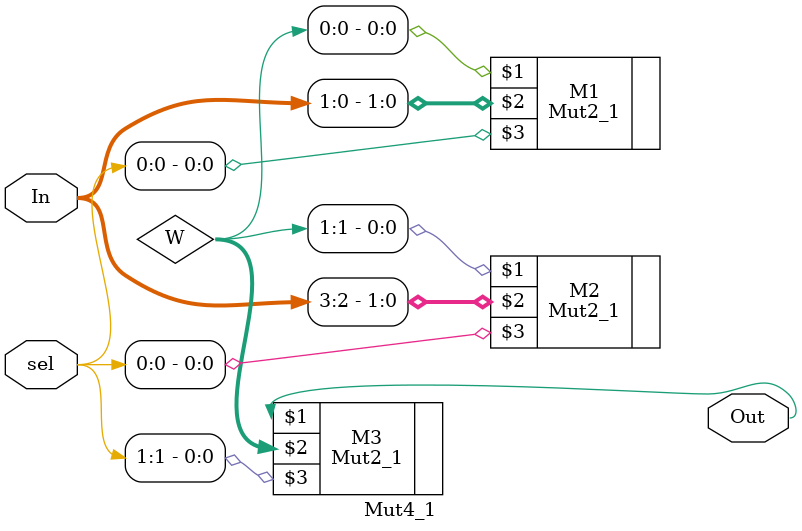
<source format=v>
module Mut4_1(Out, In, sel);
output Out;
input [3:0] In;
input [1:0] sel;
wire [1:0] W;

Mut2_1 M1(W[0], In[1:0], sel[0]);
Mut2_1 M2(W[1], In[3:2], sel[0]);
Mut2_1 M3(Out, W, sel[1]);
endmodule

</source>
